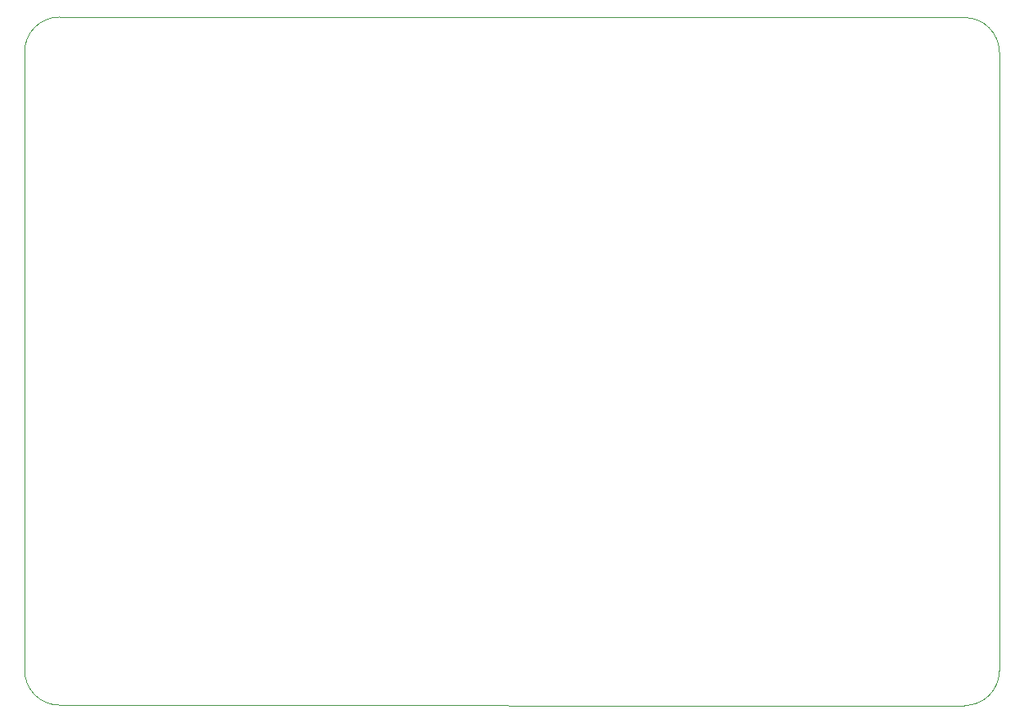
<source format=gbr>
G04 #@! TF.GenerationSoftware,KiCad,Pcbnew,(5.1.5)-3*
G04 #@! TF.CreationDate,2022-01-18T22:05:29-03:00*
G04 #@! TF.ProjectId,Base,42617365-2e6b-4696-9361-645f70636258,rev?*
G04 #@! TF.SameCoordinates,Original*
G04 #@! TF.FileFunction,Profile,NP*
%FSLAX46Y46*%
G04 Gerber Fmt 4.6, Leading zero omitted, Abs format (unit mm)*
G04 Created by KiCad (PCBNEW (5.1.5)-3) date 2022-01-18 22:05:29*
%MOMM*%
%LPD*%
G04 APERTURE LIST*
%ADD10C,0.050000*%
G04 APERTURE END LIST*
D10*
X122000000Y-104500000D02*
X215700000Y-104550000D01*
X118400000Y-36800000D02*
X118400000Y-100900000D01*
X215700000Y-33250000D02*
X122000000Y-33200000D01*
X219300000Y-100950000D02*
X219300000Y-36850000D01*
X219300000Y-100950000D02*
G75*
G02X215700000Y-104550000I-3600000J0D01*
G01*
X122000000Y-104500000D02*
G75*
G02X118400000Y-100900000I0J3600000D01*
G01*
X118400000Y-36800000D02*
G75*
G02X122000000Y-33200000I3600000J0D01*
G01*
X215700000Y-33250000D02*
G75*
G02X219300000Y-36850000I0J-3600000D01*
G01*
M02*

</source>
